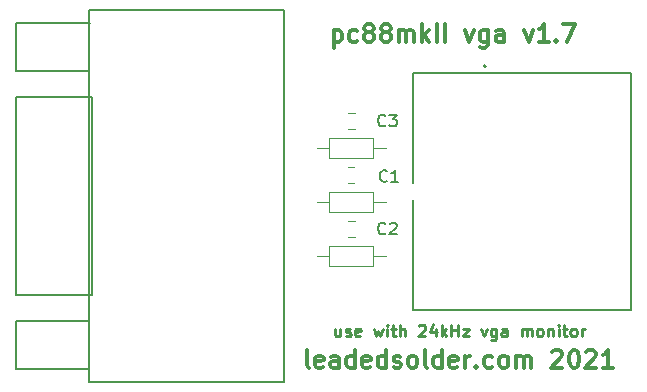
<source format=gbr>
G04 #@! TF.GenerationSoftware,KiCad,Pcbnew,(5.1.5-0-10_14)*
G04 #@! TF.CreationDate,2021-12-04T19:34:15-07:00*
G04 #@! TF.ProjectId,PC8801mkII VGA,50433838-3031-46d6-9b49-49205647412e,rev?*
G04 #@! TF.SameCoordinates,Original*
G04 #@! TF.FileFunction,Legend,Top*
G04 #@! TF.FilePolarity,Positive*
%FSLAX46Y46*%
G04 Gerber Fmt 4.6, Leading zero omitted, Abs format (unit mm)*
G04 Created by KiCad (PCBNEW (5.1.5-0-10_14)) date 2021-12-04 19:34:15*
%MOMM*%
%LPD*%
G04 APERTURE LIST*
%ADD10C,0.250000*%
%ADD11C,0.300000*%
%ADD12C,0.120000*%
%ADD13C,0.152400*%
%ADD14C,0.127000*%
%ADD15C,0.200000*%
%ADD16C,0.150000*%
G04 APERTURE END LIST*
D10*
X189826571Y-118911714D02*
X189826571Y-119578380D01*
X189398000Y-118911714D02*
X189398000Y-119435523D01*
X189445619Y-119530761D01*
X189540857Y-119578380D01*
X189683714Y-119578380D01*
X189778952Y-119530761D01*
X189826571Y-119483142D01*
X190255142Y-119530761D02*
X190350380Y-119578380D01*
X190540857Y-119578380D01*
X190636095Y-119530761D01*
X190683714Y-119435523D01*
X190683714Y-119387904D01*
X190636095Y-119292666D01*
X190540857Y-119245047D01*
X190398000Y-119245047D01*
X190302761Y-119197428D01*
X190255142Y-119102190D01*
X190255142Y-119054571D01*
X190302761Y-118959333D01*
X190398000Y-118911714D01*
X190540857Y-118911714D01*
X190636095Y-118959333D01*
X191493238Y-119530761D02*
X191398000Y-119578380D01*
X191207523Y-119578380D01*
X191112285Y-119530761D01*
X191064666Y-119435523D01*
X191064666Y-119054571D01*
X191112285Y-118959333D01*
X191207523Y-118911714D01*
X191398000Y-118911714D01*
X191493238Y-118959333D01*
X191540857Y-119054571D01*
X191540857Y-119149809D01*
X191064666Y-119245047D01*
X192636095Y-118911714D02*
X192826571Y-119578380D01*
X193017047Y-119102190D01*
X193207523Y-119578380D01*
X193398000Y-118911714D01*
X193778952Y-119578380D02*
X193778952Y-118911714D01*
X193778952Y-118578380D02*
X193731333Y-118626000D01*
X193778952Y-118673619D01*
X193826571Y-118626000D01*
X193778952Y-118578380D01*
X193778952Y-118673619D01*
X194112285Y-118911714D02*
X194493238Y-118911714D01*
X194255142Y-118578380D02*
X194255142Y-119435523D01*
X194302761Y-119530761D01*
X194398000Y-119578380D01*
X194493238Y-119578380D01*
X194826571Y-119578380D02*
X194826571Y-118578380D01*
X195255142Y-119578380D02*
X195255142Y-119054571D01*
X195207523Y-118959333D01*
X195112285Y-118911714D01*
X194969428Y-118911714D01*
X194874190Y-118959333D01*
X194826571Y-119006952D01*
X196445619Y-118673619D02*
X196493238Y-118626000D01*
X196588476Y-118578380D01*
X196826571Y-118578380D01*
X196921809Y-118626000D01*
X196969428Y-118673619D01*
X197017047Y-118768857D01*
X197017047Y-118864095D01*
X196969428Y-119006952D01*
X196398000Y-119578380D01*
X197017047Y-119578380D01*
X197874190Y-118911714D02*
X197874190Y-119578380D01*
X197636095Y-118530761D02*
X197398000Y-119245047D01*
X198017047Y-119245047D01*
X198398000Y-119578380D02*
X198398000Y-118578380D01*
X198493238Y-119197428D02*
X198778952Y-119578380D01*
X198778952Y-118911714D02*
X198398000Y-119292666D01*
X199207523Y-119578380D02*
X199207523Y-118578380D01*
X199207523Y-119054571D02*
X199778952Y-119054571D01*
X199778952Y-119578380D02*
X199778952Y-118578380D01*
X200159904Y-118911714D02*
X200683714Y-118911714D01*
X200159904Y-119578380D01*
X200683714Y-119578380D01*
X201731333Y-118911714D02*
X201969428Y-119578380D01*
X202207523Y-118911714D01*
X203017047Y-118911714D02*
X203017047Y-119721238D01*
X202969428Y-119816476D01*
X202921809Y-119864095D01*
X202826571Y-119911714D01*
X202683714Y-119911714D01*
X202588476Y-119864095D01*
X203017047Y-119530761D02*
X202921809Y-119578380D01*
X202731333Y-119578380D01*
X202636095Y-119530761D01*
X202588476Y-119483142D01*
X202540857Y-119387904D01*
X202540857Y-119102190D01*
X202588476Y-119006952D01*
X202636095Y-118959333D01*
X202731333Y-118911714D01*
X202921809Y-118911714D01*
X203017047Y-118959333D01*
X203921809Y-119578380D02*
X203921809Y-119054571D01*
X203874190Y-118959333D01*
X203778952Y-118911714D01*
X203588476Y-118911714D01*
X203493238Y-118959333D01*
X203921809Y-119530761D02*
X203826571Y-119578380D01*
X203588476Y-119578380D01*
X203493238Y-119530761D01*
X203445619Y-119435523D01*
X203445619Y-119340285D01*
X203493238Y-119245047D01*
X203588476Y-119197428D01*
X203826571Y-119197428D01*
X203921809Y-119149809D01*
X205159904Y-119578380D02*
X205159904Y-118911714D01*
X205159904Y-119006952D02*
X205207523Y-118959333D01*
X205302761Y-118911714D01*
X205445619Y-118911714D01*
X205540857Y-118959333D01*
X205588476Y-119054571D01*
X205588476Y-119578380D01*
X205588476Y-119054571D02*
X205636095Y-118959333D01*
X205731333Y-118911714D01*
X205874190Y-118911714D01*
X205969428Y-118959333D01*
X206017047Y-119054571D01*
X206017047Y-119578380D01*
X206636095Y-119578380D02*
X206540857Y-119530761D01*
X206493238Y-119483142D01*
X206445619Y-119387904D01*
X206445619Y-119102190D01*
X206493238Y-119006952D01*
X206540857Y-118959333D01*
X206636095Y-118911714D01*
X206778952Y-118911714D01*
X206874190Y-118959333D01*
X206921809Y-119006952D01*
X206969428Y-119102190D01*
X206969428Y-119387904D01*
X206921809Y-119483142D01*
X206874190Y-119530761D01*
X206778952Y-119578380D01*
X206636095Y-119578380D01*
X207398000Y-118911714D02*
X207398000Y-119578380D01*
X207398000Y-119006952D02*
X207445619Y-118959333D01*
X207540857Y-118911714D01*
X207683714Y-118911714D01*
X207778952Y-118959333D01*
X207826571Y-119054571D01*
X207826571Y-119578380D01*
X208302761Y-119578380D02*
X208302761Y-118911714D01*
X208302761Y-118578380D02*
X208255142Y-118626000D01*
X208302761Y-118673619D01*
X208350380Y-118626000D01*
X208302761Y-118578380D01*
X208302761Y-118673619D01*
X208636095Y-118911714D02*
X209017047Y-118911714D01*
X208778952Y-118578380D02*
X208778952Y-119435523D01*
X208826571Y-119530761D01*
X208921809Y-119578380D01*
X209017047Y-119578380D01*
X209493238Y-119578380D02*
X209398000Y-119530761D01*
X209350380Y-119483142D01*
X209302761Y-119387904D01*
X209302761Y-119102190D01*
X209350380Y-119006952D01*
X209398000Y-118959333D01*
X209493238Y-118911714D01*
X209636095Y-118911714D01*
X209731333Y-118959333D01*
X209778952Y-119006952D01*
X209826571Y-119102190D01*
X209826571Y-119387904D01*
X209778952Y-119483142D01*
X209731333Y-119530761D01*
X209636095Y-119578380D01*
X209493238Y-119578380D01*
X210255142Y-119578380D02*
X210255142Y-118911714D01*
X210255142Y-119102190D02*
X210302761Y-119006952D01*
X210350380Y-118959333D01*
X210445619Y-118911714D01*
X210540857Y-118911714D01*
D11*
X189247142Y-93658571D02*
X189247142Y-95158571D01*
X189247142Y-93730000D02*
X189390000Y-93658571D01*
X189675714Y-93658571D01*
X189818571Y-93730000D01*
X189890000Y-93801428D01*
X189961428Y-93944285D01*
X189961428Y-94372857D01*
X189890000Y-94515714D01*
X189818571Y-94587142D01*
X189675714Y-94658571D01*
X189390000Y-94658571D01*
X189247142Y-94587142D01*
X191247142Y-94587142D02*
X191104285Y-94658571D01*
X190818571Y-94658571D01*
X190675714Y-94587142D01*
X190604285Y-94515714D01*
X190532857Y-94372857D01*
X190532857Y-93944285D01*
X190604285Y-93801428D01*
X190675714Y-93730000D01*
X190818571Y-93658571D01*
X191104285Y-93658571D01*
X191247142Y-93730000D01*
X192104285Y-93801428D02*
X191961428Y-93730000D01*
X191890000Y-93658571D01*
X191818571Y-93515714D01*
X191818571Y-93444285D01*
X191890000Y-93301428D01*
X191961428Y-93230000D01*
X192104285Y-93158571D01*
X192390000Y-93158571D01*
X192532857Y-93230000D01*
X192604285Y-93301428D01*
X192675714Y-93444285D01*
X192675714Y-93515714D01*
X192604285Y-93658571D01*
X192532857Y-93730000D01*
X192390000Y-93801428D01*
X192104285Y-93801428D01*
X191961428Y-93872857D01*
X191890000Y-93944285D01*
X191818571Y-94087142D01*
X191818571Y-94372857D01*
X191890000Y-94515714D01*
X191961428Y-94587142D01*
X192104285Y-94658571D01*
X192390000Y-94658571D01*
X192532857Y-94587142D01*
X192604285Y-94515714D01*
X192675714Y-94372857D01*
X192675714Y-94087142D01*
X192604285Y-93944285D01*
X192532857Y-93872857D01*
X192390000Y-93801428D01*
X193532857Y-93801428D02*
X193390000Y-93730000D01*
X193318571Y-93658571D01*
X193247142Y-93515714D01*
X193247142Y-93444285D01*
X193318571Y-93301428D01*
X193390000Y-93230000D01*
X193532857Y-93158571D01*
X193818571Y-93158571D01*
X193961428Y-93230000D01*
X194032857Y-93301428D01*
X194104285Y-93444285D01*
X194104285Y-93515714D01*
X194032857Y-93658571D01*
X193961428Y-93730000D01*
X193818571Y-93801428D01*
X193532857Y-93801428D01*
X193390000Y-93872857D01*
X193318571Y-93944285D01*
X193247142Y-94087142D01*
X193247142Y-94372857D01*
X193318571Y-94515714D01*
X193390000Y-94587142D01*
X193532857Y-94658571D01*
X193818571Y-94658571D01*
X193961428Y-94587142D01*
X194032857Y-94515714D01*
X194104285Y-94372857D01*
X194104285Y-94087142D01*
X194032857Y-93944285D01*
X193961428Y-93872857D01*
X193818571Y-93801428D01*
X194747142Y-94658571D02*
X194747142Y-93658571D01*
X194747142Y-93801428D02*
X194818571Y-93730000D01*
X194961428Y-93658571D01*
X195175714Y-93658571D01*
X195318571Y-93730000D01*
X195390000Y-93872857D01*
X195390000Y-94658571D01*
X195390000Y-93872857D02*
X195461428Y-93730000D01*
X195604285Y-93658571D01*
X195818571Y-93658571D01*
X195961428Y-93730000D01*
X196032857Y-93872857D01*
X196032857Y-94658571D01*
X196747142Y-94658571D02*
X196747142Y-93158571D01*
X196890000Y-94087142D02*
X197318571Y-94658571D01*
X197318571Y-93658571D02*
X196747142Y-94230000D01*
X197961428Y-94658571D02*
X197961428Y-93158571D01*
X198675714Y-94658571D02*
X198675714Y-93158571D01*
X200390000Y-93658571D02*
X200747142Y-94658571D01*
X201104285Y-93658571D01*
X202318571Y-93658571D02*
X202318571Y-94872857D01*
X202247142Y-95015714D01*
X202175714Y-95087142D01*
X202032857Y-95158571D01*
X201818571Y-95158571D01*
X201675714Y-95087142D01*
X202318571Y-94587142D02*
X202175714Y-94658571D01*
X201890000Y-94658571D01*
X201747142Y-94587142D01*
X201675714Y-94515714D01*
X201604285Y-94372857D01*
X201604285Y-93944285D01*
X201675714Y-93801428D01*
X201747142Y-93730000D01*
X201890000Y-93658571D01*
X202175714Y-93658571D01*
X202318571Y-93730000D01*
X203675714Y-94658571D02*
X203675714Y-93872857D01*
X203604285Y-93730000D01*
X203461428Y-93658571D01*
X203175714Y-93658571D01*
X203032857Y-93730000D01*
X203675714Y-94587142D02*
X203532857Y-94658571D01*
X203175714Y-94658571D01*
X203032857Y-94587142D01*
X202961428Y-94444285D01*
X202961428Y-94301428D01*
X203032857Y-94158571D01*
X203175714Y-94087142D01*
X203532857Y-94087142D01*
X203675714Y-94015714D01*
X205390000Y-93658571D02*
X205747142Y-94658571D01*
X206104285Y-93658571D01*
X207461428Y-94658571D02*
X206604285Y-94658571D01*
X207032857Y-94658571D02*
X207032857Y-93158571D01*
X206890000Y-93372857D01*
X206747142Y-93515714D01*
X206604285Y-93587142D01*
X208104285Y-94515714D02*
X208175714Y-94587142D01*
X208104285Y-94658571D01*
X208032857Y-94587142D01*
X208104285Y-94515714D01*
X208104285Y-94658571D01*
X208675714Y-93158571D02*
X209675714Y-93158571D01*
X209032857Y-94658571D01*
X187183714Y-122217571D02*
X187040857Y-122146142D01*
X186969428Y-122003285D01*
X186969428Y-120717571D01*
X188326571Y-122146142D02*
X188183714Y-122217571D01*
X187898000Y-122217571D01*
X187755142Y-122146142D01*
X187683714Y-122003285D01*
X187683714Y-121431857D01*
X187755142Y-121289000D01*
X187898000Y-121217571D01*
X188183714Y-121217571D01*
X188326571Y-121289000D01*
X188398000Y-121431857D01*
X188398000Y-121574714D01*
X187683714Y-121717571D01*
X189683714Y-122217571D02*
X189683714Y-121431857D01*
X189612285Y-121289000D01*
X189469428Y-121217571D01*
X189183714Y-121217571D01*
X189040857Y-121289000D01*
X189683714Y-122146142D02*
X189540857Y-122217571D01*
X189183714Y-122217571D01*
X189040857Y-122146142D01*
X188969428Y-122003285D01*
X188969428Y-121860428D01*
X189040857Y-121717571D01*
X189183714Y-121646142D01*
X189540857Y-121646142D01*
X189683714Y-121574714D01*
X191040857Y-122217571D02*
X191040857Y-120717571D01*
X191040857Y-122146142D02*
X190898000Y-122217571D01*
X190612285Y-122217571D01*
X190469428Y-122146142D01*
X190398000Y-122074714D01*
X190326571Y-121931857D01*
X190326571Y-121503285D01*
X190398000Y-121360428D01*
X190469428Y-121289000D01*
X190612285Y-121217571D01*
X190898000Y-121217571D01*
X191040857Y-121289000D01*
X192326571Y-122146142D02*
X192183714Y-122217571D01*
X191898000Y-122217571D01*
X191755142Y-122146142D01*
X191683714Y-122003285D01*
X191683714Y-121431857D01*
X191755142Y-121289000D01*
X191898000Y-121217571D01*
X192183714Y-121217571D01*
X192326571Y-121289000D01*
X192398000Y-121431857D01*
X192398000Y-121574714D01*
X191683714Y-121717571D01*
X193683714Y-122217571D02*
X193683714Y-120717571D01*
X193683714Y-122146142D02*
X193540857Y-122217571D01*
X193255142Y-122217571D01*
X193112285Y-122146142D01*
X193040857Y-122074714D01*
X192969428Y-121931857D01*
X192969428Y-121503285D01*
X193040857Y-121360428D01*
X193112285Y-121289000D01*
X193255142Y-121217571D01*
X193540857Y-121217571D01*
X193683714Y-121289000D01*
X194326571Y-122146142D02*
X194469428Y-122217571D01*
X194755142Y-122217571D01*
X194898000Y-122146142D01*
X194969428Y-122003285D01*
X194969428Y-121931857D01*
X194898000Y-121789000D01*
X194755142Y-121717571D01*
X194540857Y-121717571D01*
X194398000Y-121646142D01*
X194326571Y-121503285D01*
X194326571Y-121431857D01*
X194398000Y-121289000D01*
X194540857Y-121217571D01*
X194755142Y-121217571D01*
X194898000Y-121289000D01*
X195826571Y-122217571D02*
X195683714Y-122146142D01*
X195612285Y-122074714D01*
X195540857Y-121931857D01*
X195540857Y-121503285D01*
X195612285Y-121360428D01*
X195683714Y-121289000D01*
X195826571Y-121217571D01*
X196040857Y-121217571D01*
X196183714Y-121289000D01*
X196255142Y-121360428D01*
X196326571Y-121503285D01*
X196326571Y-121931857D01*
X196255142Y-122074714D01*
X196183714Y-122146142D01*
X196040857Y-122217571D01*
X195826571Y-122217571D01*
X197183714Y-122217571D02*
X197040857Y-122146142D01*
X196969428Y-122003285D01*
X196969428Y-120717571D01*
X198398000Y-122217571D02*
X198398000Y-120717571D01*
X198398000Y-122146142D02*
X198255142Y-122217571D01*
X197969428Y-122217571D01*
X197826571Y-122146142D01*
X197755142Y-122074714D01*
X197683714Y-121931857D01*
X197683714Y-121503285D01*
X197755142Y-121360428D01*
X197826571Y-121289000D01*
X197969428Y-121217571D01*
X198255142Y-121217571D01*
X198398000Y-121289000D01*
X199683714Y-122146142D02*
X199540857Y-122217571D01*
X199255142Y-122217571D01*
X199112285Y-122146142D01*
X199040857Y-122003285D01*
X199040857Y-121431857D01*
X199112285Y-121289000D01*
X199255142Y-121217571D01*
X199540857Y-121217571D01*
X199683714Y-121289000D01*
X199755142Y-121431857D01*
X199755142Y-121574714D01*
X199040857Y-121717571D01*
X200397999Y-122217571D02*
X200397999Y-121217571D01*
X200397999Y-121503285D02*
X200469428Y-121360428D01*
X200540857Y-121289000D01*
X200683714Y-121217571D01*
X200826571Y-121217571D01*
X201326571Y-122074714D02*
X201398000Y-122146142D01*
X201326571Y-122217571D01*
X201255142Y-122146142D01*
X201326571Y-122074714D01*
X201326571Y-122217571D01*
X202683714Y-122146142D02*
X202540857Y-122217571D01*
X202255142Y-122217571D01*
X202112285Y-122146142D01*
X202040857Y-122074714D01*
X201969428Y-121931857D01*
X201969428Y-121503285D01*
X202040857Y-121360428D01*
X202112285Y-121289000D01*
X202255142Y-121217571D01*
X202540857Y-121217571D01*
X202683714Y-121289000D01*
X203540857Y-122217571D02*
X203398000Y-122146142D01*
X203326571Y-122074714D01*
X203255142Y-121931857D01*
X203255142Y-121503285D01*
X203326571Y-121360428D01*
X203398000Y-121289000D01*
X203540857Y-121217571D01*
X203755142Y-121217571D01*
X203898000Y-121289000D01*
X203969428Y-121360428D01*
X204040857Y-121503285D01*
X204040857Y-121931857D01*
X203969428Y-122074714D01*
X203898000Y-122146142D01*
X203755142Y-122217571D01*
X203540857Y-122217571D01*
X204683714Y-122217571D02*
X204683714Y-121217571D01*
X204683714Y-121360428D02*
X204755142Y-121289000D01*
X204898000Y-121217571D01*
X205112285Y-121217571D01*
X205255142Y-121289000D01*
X205326571Y-121431857D01*
X205326571Y-122217571D01*
X205326571Y-121431857D02*
X205398000Y-121289000D01*
X205540857Y-121217571D01*
X205755142Y-121217571D01*
X205898000Y-121289000D01*
X205969428Y-121431857D01*
X205969428Y-122217571D01*
X207755142Y-120860428D02*
X207826571Y-120789000D01*
X207969428Y-120717571D01*
X208326571Y-120717571D01*
X208469428Y-120789000D01*
X208540857Y-120860428D01*
X208612285Y-121003285D01*
X208612285Y-121146142D01*
X208540857Y-121360428D01*
X207683714Y-122217571D01*
X208612285Y-122217571D01*
X209540857Y-120717571D02*
X209683714Y-120717571D01*
X209826571Y-120789000D01*
X209898000Y-120860428D01*
X209969428Y-121003285D01*
X210040857Y-121289000D01*
X210040857Y-121646142D01*
X209969428Y-121931857D01*
X209898000Y-122074714D01*
X209826571Y-122146142D01*
X209683714Y-122217571D01*
X209540857Y-122217571D01*
X209398000Y-122146142D01*
X209326571Y-122074714D01*
X209255142Y-121931857D01*
X209183714Y-121646142D01*
X209183714Y-121289000D01*
X209255142Y-121003285D01*
X209326571Y-120860428D01*
X209398000Y-120789000D01*
X209540857Y-120717571D01*
X210612285Y-120860428D02*
X210683714Y-120789000D01*
X210826571Y-120717571D01*
X211183714Y-120717571D01*
X211326571Y-120789000D01*
X211398000Y-120860428D01*
X211469428Y-121003285D01*
X211469428Y-121146142D01*
X211398000Y-121360428D01*
X210540857Y-122217571D01*
X211469428Y-122217571D01*
X212898000Y-122217571D02*
X212040857Y-122217571D01*
X212469428Y-122217571D02*
X212469428Y-120717571D01*
X212326571Y-120931857D01*
X212183714Y-121074714D01*
X212040857Y-121146142D01*
D12*
X191015252Y-102047000D02*
X190492748Y-102047000D01*
X191015252Y-100627000D02*
X190492748Y-100627000D01*
X191024252Y-111200000D02*
X190501748Y-111200000D01*
X191024252Y-109780000D02*
X190501748Y-109780000D01*
X191006252Y-106628000D02*
X190483748Y-106628000D01*
X191006252Y-105208000D02*
X190483748Y-105208000D01*
D13*
X162382200Y-99288600D02*
X168783000Y-99288600D01*
X162382200Y-116103400D02*
X162382200Y-99288600D01*
X168783000Y-116103400D02*
X162382200Y-116103400D01*
X168783000Y-99288600D02*
X168783000Y-116103400D01*
X168529000Y-91973400D02*
X185013600Y-91973400D01*
X168529000Y-123418600D02*
X168529000Y-91973400D01*
X185013600Y-123418600D02*
X168529000Y-123418600D01*
X185013600Y-91973400D02*
X185013600Y-123418600D01*
X162382200Y-122351800D02*
X168529000Y-122351800D01*
X162382200Y-118287800D02*
X162382200Y-122351800D01*
X168529000Y-118287800D02*
X162382200Y-118287800D01*
X162382200Y-97104200D02*
X168529000Y-97104200D01*
X162382200Y-93040200D02*
X162382200Y-97104200D01*
X168656000Y-93040200D02*
X162382200Y-93040200D01*
D12*
X188894000Y-102772000D02*
X188894000Y-104492000D01*
X188894000Y-104492000D02*
X192614000Y-104492000D01*
X192614000Y-104492000D02*
X192614000Y-102772000D01*
X192614000Y-102772000D02*
X188894000Y-102772000D01*
X187824000Y-103632000D02*
X188894000Y-103632000D01*
X193684000Y-103632000D02*
X192614000Y-103632000D01*
X193684000Y-112776000D02*
X192614000Y-112776000D01*
X187824000Y-112776000D02*
X188894000Y-112776000D01*
X192614000Y-111916000D02*
X188894000Y-111916000D01*
X192614000Y-113636000D02*
X192614000Y-111916000D01*
X188894000Y-113636000D02*
X192614000Y-113636000D01*
X188894000Y-111916000D02*
X188894000Y-113636000D01*
X188894000Y-107344000D02*
X188894000Y-109064000D01*
X188894000Y-109064000D02*
X192614000Y-109064000D01*
X192614000Y-109064000D02*
X192614000Y-107344000D01*
X192614000Y-107344000D02*
X188894000Y-107344000D01*
X187824000Y-108204000D02*
X188894000Y-108204000D01*
X193684000Y-108204000D02*
X192614000Y-108204000D01*
D14*
X195930000Y-97315000D02*
X195930000Y-106615000D01*
X195930000Y-117315000D02*
X195930000Y-108015000D01*
D15*
X202130000Y-96715000D02*
G75*
G03X202130000Y-96715000I-100000J0D01*
G01*
D14*
X214430000Y-97315000D02*
X195930000Y-97315000D01*
X214430000Y-117315000D02*
X214430000Y-97315000D01*
X195930000Y-117315000D02*
X214430000Y-117315000D01*
D16*
X193635333Y-101703142D02*
X193587714Y-101750761D01*
X193444857Y-101798380D01*
X193349619Y-101798380D01*
X193206761Y-101750761D01*
X193111523Y-101655523D01*
X193063904Y-101560285D01*
X193016285Y-101369809D01*
X193016285Y-101226952D01*
X193063904Y-101036476D01*
X193111523Y-100941238D01*
X193206761Y-100846000D01*
X193349619Y-100798380D01*
X193444857Y-100798380D01*
X193587714Y-100846000D01*
X193635333Y-100893619D01*
X193968666Y-100798380D02*
X194587714Y-100798380D01*
X194254380Y-101179333D01*
X194397238Y-101179333D01*
X194492476Y-101226952D01*
X194540095Y-101274571D01*
X194587714Y-101369809D01*
X194587714Y-101607904D01*
X194540095Y-101703142D01*
X194492476Y-101750761D01*
X194397238Y-101798380D01*
X194111523Y-101798380D01*
X194016285Y-101750761D01*
X193968666Y-101703142D01*
X193635333Y-110847142D02*
X193587714Y-110894761D01*
X193444857Y-110942380D01*
X193349619Y-110942380D01*
X193206761Y-110894761D01*
X193111523Y-110799523D01*
X193063904Y-110704285D01*
X193016285Y-110513809D01*
X193016285Y-110370952D01*
X193063904Y-110180476D01*
X193111523Y-110085238D01*
X193206761Y-109990000D01*
X193349619Y-109942380D01*
X193444857Y-109942380D01*
X193587714Y-109990000D01*
X193635333Y-110037619D01*
X194016285Y-110037619D02*
X194063904Y-109990000D01*
X194159142Y-109942380D01*
X194397238Y-109942380D01*
X194492476Y-109990000D01*
X194540095Y-110037619D01*
X194587714Y-110132857D01*
X194587714Y-110228095D01*
X194540095Y-110370952D01*
X193968666Y-110942380D01*
X194587714Y-110942380D01*
X193762333Y-106402142D02*
X193714714Y-106449761D01*
X193571857Y-106497380D01*
X193476619Y-106497380D01*
X193333761Y-106449761D01*
X193238523Y-106354523D01*
X193190904Y-106259285D01*
X193143285Y-106068809D01*
X193143285Y-105925952D01*
X193190904Y-105735476D01*
X193238523Y-105640238D01*
X193333761Y-105545000D01*
X193476619Y-105497380D01*
X193571857Y-105497380D01*
X193714714Y-105545000D01*
X193762333Y-105592619D01*
X194714714Y-106497380D02*
X194143285Y-106497380D01*
X194429000Y-106497380D02*
X194429000Y-105497380D01*
X194333761Y-105640238D01*
X194238523Y-105735476D01*
X194143285Y-105783095D01*
M02*

</source>
